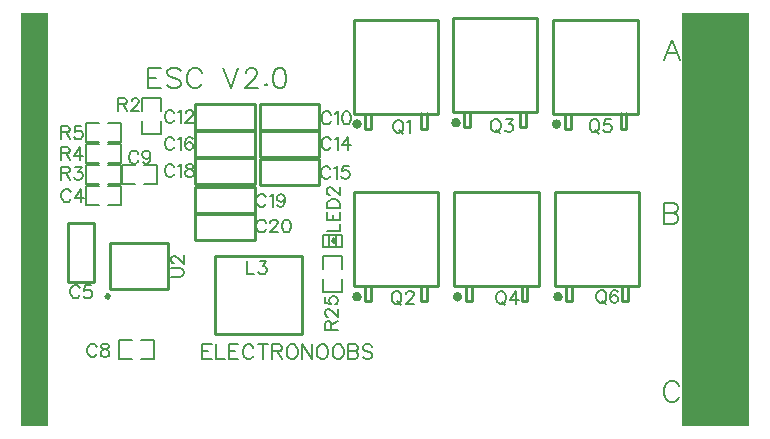
<source format=gto>
G04 Layer: TopSilkLayer*
G04 EasyEDA v6.1.51, Thu, 11 Jul 2019 05:23:43 GMT*
G04 97ee957230b044f1988730904329927e,674c0623d3a246009f606e19fc16e94a,10*
G04 Gerber Generator version 0.2*
G04 Scale: 100 percent, Rotated: No, Reflected: No *
G04 Dimensions in millimeters *
G04 leading zeros omitted , absolute positions ,3 integer and 3 decimal *
%FSLAX33Y33*%
%MOMM*%
G90*
G71D02*

%ADD10C,0.254000*%
%ADD12C,0.200000*%
%ADD13C,0.399999*%
%ADD14C,0.299999*%
%ADD43C,0.228600*%
%ADD44C,0.129032*%
%ADD45C,0.152400*%
%ADD46C,0.180010*%

%LPD*%
G54D10*
G01X7543Y11607D02*
G01X7543Y15468D01*
G01X12420Y11582D02*
G01X12420Y15468D01*
G01X7543Y11582D02*
G01X12420Y11582D01*
G01X7543Y15468D02*
G01X12420Y15468D01*
G54D12*
G01X10248Y26637D02*
G01X10248Y27738D01*
G01X11849Y27738D01*
G01X11849Y26637D01*
G01X10248Y25838D02*
G01X10248Y24738D01*
G01X11248Y24738D01*
G01X11849Y24738D01*
G01X11849Y25838D01*
G01X7384Y20307D02*
G01X8484Y20307D01*
G01X8484Y18707D01*
G01X7384Y18707D01*
G01X6584Y20307D02*
G01X5484Y20307D01*
G01X5484Y19307D01*
G01X5484Y18707D01*
G01X6584Y18707D01*
G54D43*
G01X6180Y17178D02*
G01X6180Y12178D01*
G01X3979Y12178D01*
G01X3979Y17178D01*
G01X6180Y17178D01*
G54D12*
G01X9379Y5626D02*
G01X8279Y5626D01*
G01X8279Y7226D01*
G01X9379Y7226D01*
G01X10179Y5626D02*
G01X11279Y5626D01*
G01X11279Y6626D01*
G01X11279Y7226D01*
G01X10179Y7226D01*
G01X10438Y22083D02*
G01X11538Y22083D01*
G01X11538Y20483D01*
G01X10438Y20483D01*
G01X9638Y22083D02*
G01X8538Y22083D01*
G01X8538Y21083D01*
G01X8538Y20483D01*
G01X9638Y20483D01*
G01X7384Y22085D02*
G01X8484Y22085D01*
G01X8484Y20485D01*
G01X7384Y20485D01*
G01X6584Y22085D02*
G01X5484Y22085D01*
G01X5484Y21085D01*
G01X5484Y20485D01*
G01X6584Y20485D01*
G01X7384Y23863D02*
G01X8484Y23863D01*
G01X8484Y22263D01*
G01X7384Y22263D01*
G01X6584Y23863D02*
G01X5484Y23863D01*
G01X5484Y22863D01*
G01X5484Y22263D01*
G01X6584Y22263D01*
G01X7384Y25641D02*
G01X8484Y25641D01*
G01X8484Y24041D01*
G01X7384Y24041D01*
G01X6584Y25641D02*
G01X5484Y25641D01*
G01X5484Y24641D01*
G01X5484Y24041D01*
G01X6584Y24041D01*
G54D10*
G01X23786Y7805D02*
G01X16386Y7805D01*
G01X16386Y7805D02*
G01X16386Y14405D01*
G01X23786Y14405D02*
G01X23786Y7805D01*
G01X16386Y14405D02*
G01X23786Y14405D01*
G54D43*
G01X14774Y27211D02*
G01X19774Y27211D01*
G01X19774Y25011D01*
G01X14774Y25011D01*
G01X14774Y27211D01*
G54D10*
G01X36558Y34514D02*
G01X36558Y26564D01*
G01X43705Y26564D01*
G01X43705Y34514D01*
G01X36558Y34514D01*
G01X37532Y26564D02*
G01X37532Y25264D01*
G01X38031Y25264D01*
G01X38031Y26564D01*
G01X42254Y26568D02*
G01X42254Y25268D01*
G01X42754Y25268D01*
G01X42754Y26568D01*
G01X36685Y19782D02*
G01X36685Y11832D01*
G01X43832Y11832D01*
G01X43832Y19782D01*
G01X36685Y19782D01*
G01X37659Y11832D02*
G01X37659Y10532D01*
G01X38158Y10532D01*
G01X38158Y11832D01*
G01X42381Y11836D02*
G01X42381Y10536D01*
G01X42881Y10536D01*
G01X42881Y11836D01*
G54D43*
G01X20235Y24925D02*
G01X25235Y24925D01*
G01X25235Y22725D01*
G01X20235Y22725D01*
G01X20235Y24925D01*
G54D10*
G01X28176Y34387D02*
G01X28176Y26437D01*
G01X35323Y26437D01*
G01X35323Y34387D01*
G01X28176Y34387D01*
G01X29150Y26437D02*
G01X29150Y25137D01*
G01X29649Y25137D01*
G01X29649Y26437D01*
G01X33872Y26441D02*
G01X33872Y25141D01*
G01X34372Y25141D01*
G01X34372Y26441D01*
G01X28176Y19782D02*
G01X28176Y11832D01*
G01X35323Y11832D01*
G01X35323Y19782D01*
G01X28176Y19782D01*
G01X29150Y11832D02*
G01X29150Y10532D01*
G01X29649Y10532D01*
G01X29649Y11832D01*
G01X33872Y11836D02*
G01X33872Y10536D01*
G01X34372Y10536D01*
G01X34372Y11836D01*
G54D43*
G01X20236Y27205D02*
G01X25236Y27205D01*
G01X25236Y25005D01*
G01X20236Y25005D01*
G01X20236Y27205D01*
G54D10*
G01X45067Y34387D02*
G01X45067Y26437D01*
G01X52214Y26437D01*
G01X52214Y34387D01*
G01X45067Y34387D01*
G01X46041Y26437D02*
G01X46041Y25137D01*
G01X46540Y25137D01*
G01X46540Y26437D01*
G01X50763Y26441D02*
G01X50763Y25141D01*
G01X51263Y25141D01*
G01X51263Y26441D01*
G01X45194Y19782D02*
G01X45194Y11832D01*
G01X52341Y11832D01*
G01X52341Y19782D01*
G01X45194Y19782D01*
G01X46168Y11832D02*
G01X46168Y10532D01*
G01X46667Y10532D01*
G01X46667Y11832D01*
G01X50890Y11836D02*
G01X50890Y10536D01*
G01X51390Y10536D01*
G01X51390Y11836D01*
G54D43*
G01X20246Y22595D02*
G01X25246Y22595D01*
G01X25246Y20395D01*
G01X20246Y20395D01*
G01X20246Y22595D01*
G01X14774Y24925D02*
G01X19774Y24925D01*
G01X19774Y22725D01*
G01X14774Y22725D01*
G01X14774Y24925D01*
G01X14774Y22639D02*
G01X19774Y22639D01*
G01X19774Y20439D01*
G01X14774Y20439D01*
G01X14774Y22639D01*
G01X14774Y20226D02*
G01X19774Y20226D01*
G01X19774Y18026D01*
G01X14774Y18026D01*
G01X14774Y20226D01*
G01X14774Y17940D02*
G01X19774Y17940D01*
G01X19774Y15740D01*
G01X14774Y15740D01*
G01X14774Y17940D01*
G54D12*
G01X27197Y12445D02*
G01X27197Y11345D01*
G01X25596Y11345D01*
G01X25596Y12445D01*
G01X27197Y13245D02*
G01X27197Y14345D01*
G01X26197Y14345D01*
G01X25596Y14345D01*
G01X25596Y13245D01*
G54D44*
G01X26102Y16183D02*
G01X26102Y15167D01*
G01X26711Y15167D02*
G01X26711Y16183D01*
G01X26406Y15776D02*
G01X26406Y15573D01*
G01X26508Y15472D02*
G01X26508Y15878D01*
G01X26508Y15878D02*
G01X26305Y15675D01*
G01X26305Y15675D02*
G01X26508Y15472D01*
G01X27219Y15167D02*
G01X25594Y15167D01*
G01X25594Y15167D02*
G01X25594Y16183D01*
G01X25594Y16183D02*
G01X27219Y16183D01*
G01X27219Y16183D02*
G01X27219Y15167D01*
G54D45*
G01X12696Y12626D02*
G01X13474Y12626D01*
G01X13631Y12677D01*
G01X13735Y12781D01*
G01X13786Y12939D01*
G01X13786Y13043D01*
G01X13735Y13198D01*
G01X13631Y13302D01*
G01X13474Y13353D01*
G01X12696Y13353D01*
G01X12956Y13749D02*
G01X12902Y13749D01*
G01X12798Y13800D01*
G01X12747Y13853D01*
G01X12696Y13957D01*
G01X12696Y14163D01*
G01X12747Y14267D01*
G01X12798Y14321D01*
G01X12902Y14371D01*
G01X13006Y14371D01*
G01X13110Y14321D01*
G01X13268Y14216D01*
G01X13786Y13696D01*
G01X13786Y14425D01*
G01X8236Y27735D02*
G01X8236Y26645D01*
G01X8236Y27735D02*
G01X8704Y27735D01*
G01X8859Y27684D01*
G01X8912Y27633D01*
G01X8963Y27529D01*
G01X8963Y27425D01*
G01X8912Y27321D01*
G01X8859Y27267D01*
G01X8704Y27217D01*
G01X8236Y27217D01*
G01X8600Y27217D02*
G01X8963Y26645D01*
G01X9359Y27476D02*
G01X9359Y27529D01*
G01X9410Y27633D01*
G01X9463Y27684D01*
G01X9567Y27735D01*
G01X9773Y27735D01*
G01X9877Y27684D01*
G01X9931Y27633D01*
G01X9981Y27529D01*
G01X9981Y27425D01*
G01X9931Y27321D01*
G01X9827Y27163D01*
G01X9306Y26645D01*
G01X10035Y26645D01*
G01X4208Y19756D02*
G01X4155Y19860D01*
G01X4051Y19964D01*
G01X3949Y20015D01*
G01X3741Y20015D01*
G01X3637Y19964D01*
G01X3533Y19860D01*
G01X3479Y19756D01*
G01X3428Y19601D01*
G01X3428Y19342D01*
G01X3479Y19184D01*
G01X3533Y19080D01*
G01X3637Y18976D01*
G01X3741Y18925D01*
G01X3949Y18925D01*
G01X4051Y18976D01*
G01X4155Y19080D01*
G01X4208Y19184D01*
G01X5069Y20015D02*
G01X4551Y19288D01*
G01X5331Y19288D01*
G01X5069Y20015D02*
G01X5069Y18925D01*
G01X4970Y11625D02*
G01X4917Y11729D01*
G01X4813Y11833D01*
G01X4711Y11887D01*
G01X4503Y11887D01*
G01X4399Y11833D01*
G01X4295Y11729D01*
G01X4241Y11625D01*
G01X4191Y11470D01*
G01X4191Y11211D01*
G01X4241Y11054D01*
G01X4295Y10949D01*
G01X4399Y10845D01*
G01X4503Y10795D01*
G01X4711Y10795D01*
G01X4813Y10845D01*
G01X4917Y10949D01*
G01X4970Y11054D01*
G01X5936Y11887D02*
G01X5417Y11887D01*
G01X5364Y11417D01*
G01X5417Y11470D01*
G01X5572Y11521D01*
G01X5727Y11521D01*
G01X5885Y11470D01*
G01X5989Y11366D01*
G01X6040Y11211D01*
G01X6040Y11107D01*
G01X5989Y10949D01*
G01X5885Y10845D01*
G01X5727Y10795D01*
G01X5572Y10795D01*
G01X5417Y10845D01*
G01X5364Y10899D01*
G01X5313Y11003D01*
G01X6406Y6676D02*
G01X6353Y6780D01*
G01X6249Y6884D01*
G01X6147Y6935D01*
G01X5939Y6935D01*
G01X5835Y6884D01*
G01X5731Y6780D01*
G01X5677Y6676D01*
G01X5626Y6521D01*
G01X5626Y6262D01*
G01X5677Y6104D01*
G01X5731Y6000D01*
G01X5835Y5896D01*
G01X5939Y5845D01*
G01X6147Y5845D01*
G01X6249Y5896D01*
G01X6353Y6000D01*
G01X6406Y6104D01*
G01X7008Y6935D02*
G01X6853Y6884D01*
G01X6800Y6780D01*
G01X6800Y6676D01*
G01X6853Y6572D01*
G01X6957Y6521D01*
G01X7163Y6467D01*
G01X7321Y6417D01*
G01X7425Y6312D01*
G01X7476Y6208D01*
G01X7476Y6053D01*
G01X7425Y5949D01*
G01X7371Y5896D01*
G01X7217Y5845D01*
G01X7008Y5845D01*
G01X6853Y5896D01*
G01X6800Y5949D01*
G01X6749Y6053D01*
G01X6749Y6208D01*
G01X6800Y6312D01*
G01X6904Y6417D01*
G01X7062Y6467D01*
G01X7267Y6521D01*
G01X7371Y6572D01*
G01X7425Y6676D01*
G01X7425Y6780D01*
G01X7371Y6884D01*
G01X7217Y6935D01*
G01X7008Y6935D01*
G01X9932Y23034D02*
G01X9879Y23138D01*
G01X9775Y23243D01*
G01X9673Y23293D01*
G01X9465Y23293D01*
G01X9361Y23243D01*
G01X9257Y23138D01*
G01X9203Y23034D01*
G01X9152Y22879D01*
G01X9152Y22620D01*
G01X9203Y22463D01*
G01X9257Y22359D01*
G01X9361Y22254D01*
G01X9465Y22204D01*
G01X9673Y22204D01*
G01X9775Y22254D01*
G01X9879Y22359D01*
G01X9932Y22463D01*
G01X10951Y22930D02*
G01X10897Y22775D01*
G01X10793Y22671D01*
G01X10638Y22620D01*
G01X10588Y22620D01*
G01X10430Y22671D01*
G01X10326Y22775D01*
G01X10275Y22930D01*
G01X10275Y22983D01*
G01X10326Y23138D01*
G01X10430Y23243D01*
G01X10588Y23293D01*
G01X10638Y23293D01*
G01X10793Y23243D01*
G01X10897Y23138D01*
G01X10951Y22930D01*
G01X10951Y22671D01*
G01X10897Y22412D01*
G01X10793Y22254D01*
G01X10638Y22204D01*
G01X10534Y22204D01*
G01X10379Y22254D01*
G01X10326Y22359D01*
G01X3428Y21920D02*
G01X3428Y20830D01*
G01X3428Y21920D02*
G01X3896Y21920D01*
G01X4051Y21869D01*
G01X4104Y21818D01*
G01X4155Y21714D01*
G01X4155Y21610D01*
G01X4104Y21506D01*
G01X4051Y21452D01*
G01X3896Y21402D01*
G01X3428Y21402D01*
G01X3792Y21402D02*
G01X4155Y20830D01*
G01X4602Y21920D02*
G01X5173Y21920D01*
G01X4864Y21506D01*
G01X5019Y21506D01*
G01X5123Y21452D01*
G01X5173Y21402D01*
G01X5227Y21247D01*
G01X5227Y21142D01*
G01X5173Y20985D01*
G01X5069Y20881D01*
G01X4914Y20830D01*
G01X4759Y20830D01*
G01X4602Y20881D01*
G01X4551Y20934D01*
G01X4498Y21038D01*
G01X3428Y23571D02*
G01X3428Y22481D01*
G01X3428Y23571D02*
G01X3896Y23571D01*
G01X4051Y23520D01*
G01X4104Y23469D01*
G01X4155Y23365D01*
G01X4155Y23261D01*
G01X4104Y23157D01*
G01X4051Y23103D01*
G01X3896Y23053D01*
G01X3428Y23053D01*
G01X3792Y23053D02*
G01X4155Y22481D01*
G01X5019Y23571D02*
G01X4498Y22844D01*
G01X5278Y22844D01*
G01X5019Y23571D02*
G01X5019Y22481D01*
G01X3428Y25349D02*
G01X3428Y24259D01*
G01X3428Y25349D02*
G01X3896Y25349D01*
G01X4051Y25298D01*
G01X4104Y25247D01*
G01X4155Y25143D01*
G01X4155Y25039D01*
G01X4104Y24935D01*
G01X4051Y24881D01*
G01X3896Y24831D01*
G01X3428Y24831D01*
G01X3792Y24831D02*
G01X4155Y24259D01*
G01X5123Y25349D02*
G01X4602Y25349D01*
G01X4551Y24881D01*
G01X4602Y24935D01*
G01X4759Y24986D01*
G01X4914Y24986D01*
G01X5069Y24935D01*
G01X5173Y24831D01*
G01X5227Y24676D01*
G01X5227Y24571D01*
G01X5173Y24414D01*
G01X5069Y24310D01*
G01X4914Y24259D01*
G01X4759Y24259D01*
G01X4602Y24310D01*
G01X4551Y24363D01*
G01X4498Y24467D01*
G01X19126Y13915D02*
G01X19126Y12823D01*
G01X19126Y12823D02*
G01X19749Y12823D01*
G01X20196Y13915D02*
G01X20767Y13915D01*
G01X20457Y13498D01*
G01X20612Y13498D01*
G01X20716Y13447D01*
G01X20767Y13394D01*
G01X20821Y13239D01*
G01X20821Y13135D01*
G01X20767Y12980D01*
G01X20663Y12876D01*
G01X20508Y12823D01*
G01X20353Y12823D01*
G01X20196Y12876D01*
G01X20145Y12927D01*
G01X20092Y13031D01*
G01X12971Y26474D02*
G01X12918Y26578D01*
G01X12814Y26682D01*
G01X12712Y26735D01*
G01X12504Y26735D01*
G01X12400Y26682D01*
G01X12296Y26578D01*
G01X12242Y26474D01*
G01X12192Y26319D01*
G01X12192Y26060D01*
G01X12242Y25902D01*
G01X12296Y25798D01*
G01X12400Y25694D01*
G01X12504Y25643D01*
G01X12712Y25643D01*
G01X12814Y25694D01*
G01X12918Y25798D01*
G01X12971Y25902D01*
G01X13314Y26527D02*
G01X13418Y26578D01*
G01X13573Y26735D01*
G01X13573Y25643D01*
G01X13970Y26474D02*
G01X13970Y26527D01*
G01X14020Y26631D01*
G01X14071Y26682D01*
G01X14175Y26735D01*
G01X14384Y26735D01*
G01X14488Y26682D01*
G01X14541Y26631D01*
G01X14592Y26527D01*
G01X14592Y26423D01*
G01X14541Y26319D01*
G01X14437Y26164D01*
G01X13916Y25643D01*
G01X14643Y25643D01*
G01X40099Y25955D02*
G01X39995Y25901D01*
G01X39891Y25797D01*
G01X39837Y25693D01*
G01X39786Y25538D01*
G01X39786Y25279D01*
G01X39837Y25122D01*
G01X39891Y25020D01*
G01X39995Y24916D01*
G01X40099Y24863D01*
G01X40307Y24863D01*
G01X40409Y24916D01*
G01X40513Y25020D01*
G01X40566Y25122D01*
G01X40617Y25279D01*
G01X40617Y25538D01*
G01X40566Y25693D01*
G01X40513Y25797D01*
G01X40409Y25901D01*
G01X40307Y25955D01*
G01X40099Y25955D01*
G01X40254Y25071D02*
G01X40566Y24758D01*
G01X41064Y25955D02*
G01X41636Y25955D01*
G01X41323Y25538D01*
G01X41481Y25538D01*
G01X41585Y25487D01*
G01X41636Y25434D01*
G01X41689Y25279D01*
G01X41689Y25175D01*
G01X41636Y25020D01*
G01X41531Y24916D01*
G01X41376Y24863D01*
G01X41221Y24863D01*
G01X41064Y24916D01*
G01X41013Y24967D01*
G01X40960Y25071D01*
G01X40539Y11395D02*
G01X40435Y11341D01*
G01X40331Y11237D01*
G01X40277Y11133D01*
G01X40226Y10978D01*
G01X40226Y10719D01*
G01X40277Y10562D01*
G01X40331Y10460D01*
G01X40435Y10356D01*
G01X40539Y10303D01*
G01X40747Y10303D01*
G01X40849Y10356D01*
G01X40953Y10460D01*
G01X41006Y10562D01*
G01X41057Y10719D01*
G01X41057Y10978D01*
G01X41006Y11133D01*
G01X40953Y11237D01*
G01X40849Y11341D01*
G01X40747Y11395D01*
G01X40539Y11395D01*
G01X40694Y10511D02*
G01X41006Y10198D01*
G01X41921Y11395D02*
G01X41400Y10666D01*
G01X42180Y10666D01*
G01X41921Y11395D02*
G01X41921Y10303D01*
G01X26235Y24198D02*
G01X26182Y24302D01*
G01X26078Y24406D01*
G01X25976Y24460D01*
G01X25768Y24460D01*
G01X25664Y24406D01*
G01X25560Y24302D01*
G01X25506Y24198D01*
G01X25455Y24043D01*
G01X25455Y23784D01*
G01X25506Y23627D01*
G01X25560Y23522D01*
G01X25664Y23418D01*
G01X25768Y23368D01*
G01X25976Y23368D01*
G01X26078Y23418D01*
G01X26182Y23522D01*
G01X26235Y23627D01*
G01X26578Y24251D02*
G01X26682Y24302D01*
G01X26837Y24460D01*
G01X26837Y23368D01*
G01X27701Y24460D02*
G01X27180Y23731D01*
G01X27960Y23731D01*
G01X27701Y24460D02*
G01X27701Y23368D01*
G01X31839Y25895D02*
G01X31735Y25841D01*
G01X31631Y25737D01*
G01X31577Y25633D01*
G01X31526Y25478D01*
G01X31526Y25219D01*
G01X31577Y25062D01*
G01X31631Y24960D01*
G01X31735Y24856D01*
G01X31839Y24803D01*
G01X32047Y24803D01*
G01X32149Y24856D01*
G01X32253Y24960D01*
G01X32306Y25062D01*
G01X32357Y25219D01*
G01X32357Y25478D01*
G01X32306Y25633D01*
G01X32253Y25737D01*
G01X32149Y25841D01*
G01X32047Y25895D01*
G01X31839Y25895D01*
G01X31994Y25011D02*
G01X32306Y24698D01*
G01X32700Y25686D02*
G01X32804Y25737D01*
G01X32962Y25895D01*
G01X32962Y24803D01*
G01X31699Y11415D02*
G01X31595Y11361D01*
G01X31491Y11257D01*
G01X31437Y11153D01*
G01X31386Y10998D01*
G01X31386Y10739D01*
G01X31437Y10582D01*
G01X31491Y10480D01*
G01X31595Y10376D01*
G01X31699Y10323D01*
G01X31907Y10323D01*
G01X32009Y10376D01*
G01X32113Y10480D01*
G01X32166Y10582D01*
G01X32217Y10739D01*
G01X32217Y10998D01*
G01X32166Y11153D01*
G01X32113Y11257D01*
G01X32009Y11361D01*
G01X31907Y11415D01*
G01X31699Y11415D01*
G01X31854Y10531D02*
G01X32166Y10218D01*
G01X32613Y11153D02*
G01X32613Y11206D01*
G01X32664Y11311D01*
G01X32717Y11361D01*
G01X32822Y11415D01*
G01X33027Y11415D01*
G01X33131Y11361D01*
G01X33185Y11311D01*
G01X33236Y11206D01*
G01X33236Y11102D01*
G01X33185Y10998D01*
G01X33081Y10843D01*
G01X32560Y10323D01*
G01X33289Y10323D01*
G01X26236Y26351D02*
G01X26183Y26455D01*
G01X26079Y26559D01*
G01X25977Y26613D01*
G01X25769Y26613D01*
G01X25665Y26559D01*
G01X25560Y26455D01*
G01X25507Y26351D01*
G01X25456Y26196D01*
G01X25456Y25937D01*
G01X25507Y25780D01*
G01X25560Y25675D01*
G01X25665Y25571D01*
G01X25769Y25521D01*
G01X25977Y25521D01*
G01X26079Y25571D01*
G01X26183Y25675D01*
G01X26236Y25780D01*
G01X26579Y26404D02*
G01X26683Y26455D01*
G01X26838Y26613D01*
G01X26838Y25521D01*
G01X27493Y26613D02*
G01X27336Y26559D01*
G01X27234Y26404D01*
G01X27181Y26143D01*
G01X27181Y25988D01*
G01X27234Y25729D01*
G01X27336Y25571D01*
G01X27493Y25521D01*
G01X27598Y25521D01*
G01X27752Y25571D01*
G01X27857Y25729D01*
G01X27907Y25988D01*
G01X27907Y26143D01*
G01X27857Y26404D01*
G01X27752Y26559D01*
G01X27598Y26613D01*
G01X27493Y26613D01*
G01X48449Y25935D02*
G01X48345Y25881D01*
G01X48241Y25777D01*
G01X48187Y25673D01*
G01X48136Y25518D01*
G01X48136Y25259D01*
G01X48187Y25102D01*
G01X48241Y25000D01*
G01X48345Y24896D01*
G01X48449Y24843D01*
G01X48657Y24843D01*
G01X48759Y24896D01*
G01X48863Y25000D01*
G01X48916Y25102D01*
G01X48967Y25259D01*
G01X48967Y25518D01*
G01X48916Y25673D01*
G01X48863Y25777D01*
G01X48759Y25881D01*
G01X48657Y25935D01*
G01X48449Y25935D01*
G01X48604Y25051D02*
G01X48916Y24738D01*
G01X49935Y25935D02*
G01X49414Y25935D01*
G01X49363Y25467D01*
G01X49414Y25518D01*
G01X49571Y25572D01*
G01X49726Y25572D01*
G01X49881Y25518D01*
G01X49986Y25414D01*
G01X50039Y25259D01*
G01X50039Y25155D01*
G01X49986Y25000D01*
G01X49881Y24896D01*
G01X49726Y24843D01*
G01X49571Y24843D01*
G01X49414Y24896D01*
G01X49363Y24947D01*
G01X49310Y25051D01*
G01X49029Y11485D02*
G01X48925Y11431D01*
G01X48821Y11327D01*
G01X48767Y11223D01*
G01X48716Y11068D01*
G01X48716Y10809D01*
G01X48767Y10652D01*
G01X48821Y10550D01*
G01X48925Y10446D01*
G01X49029Y10393D01*
G01X49237Y10393D01*
G01X49339Y10446D01*
G01X49443Y10550D01*
G01X49496Y10652D01*
G01X49547Y10809D01*
G01X49547Y11068D01*
G01X49496Y11223D01*
G01X49443Y11327D01*
G01X49339Y11431D01*
G01X49237Y11485D01*
G01X49029Y11485D01*
G01X49184Y10601D02*
G01X49496Y10288D01*
G01X50515Y11327D02*
G01X50461Y11431D01*
G01X50306Y11485D01*
G01X50202Y11485D01*
G01X50047Y11431D01*
G01X49943Y11276D01*
G01X49890Y11017D01*
G01X49890Y10756D01*
G01X49943Y10550D01*
G01X50047Y10446D01*
G01X50202Y10393D01*
G01X50253Y10393D01*
G01X50411Y10446D01*
G01X50515Y10550D01*
G01X50566Y10705D01*
G01X50566Y10756D01*
G01X50515Y10913D01*
G01X50411Y11017D01*
G01X50253Y11068D01*
G01X50202Y11068D01*
G01X50047Y11017D01*
G01X49943Y10913D01*
G01X49890Y10756D01*
G01X26190Y21741D02*
G01X26137Y21845D01*
G01X26033Y21949D01*
G01X25931Y22003D01*
G01X25723Y22003D01*
G01X25619Y21949D01*
G01X25515Y21845D01*
G01X25461Y21741D01*
G01X25410Y21586D01*
G01X25410Y21327D01*
G01X25461Y21170D01*
G01X25515Y21066D01*
G01X25619Y20961D01*
G01X25723Y20911D01*
G01X25931Y20911D01*
G01X26033Y20961D01*
G01X26137Y21066D01*
G01X26190Y21170D01*
G01X26533Y21795D02*
G01X26637Y21845D01*
G01X26792Y22003D01*
G01X26792Y20911D01*
G01X27760Y22003D02*
G01X27239Y22003D01*
G01X27188Y21533D01*
G01X27239Y21586D01*
G01X27394Y21637D01*
G01X27552Y21637D01*
G01X27707Y21586D01*
G01X27811Y21482D01*
G01X27862Y21327D01*
G01X27862Y21223D01*
G01X27811Y21066D01*
G01X27707Y20961D01*
G01X27552Y20911D01*
G01X27394Y20911D01*
G01X27239Y20961D01*
G01X27188Y21015D01*
G01X27135Y21119D01*
G01X12971Y24188D02*
G01X12918Y24292D01*
G01X12814Y24396D01*
G01X12712Y24449D01*
G01X12504Y24449D01*
G01X12400Y24396D01*
G01X12296Y24292D01*
G01X12242Y24188D01*
G01X12192Y24033D01*
G01X12192Y23774D01*
G01X12242Y23616D01*
G01X12296Y23512D01*
G01X12400Y23408D01*
G01X12504Y23357D01*
G01X12712Y23357D01*
G01X12814Y23408D01*
G01X12918Y23512D01*
G01X12971Y23616D01*
G01X13314Y24241D02*
G01X13418Y24292D01*
G01X13573Y24449D01*
G01X13573Y23357D01*
G01X14541Y24292D02*
G01X14488Y24396D01*
G01X14333Y24449D01*
G01X14229Y24449D01*
G01X14071Y24396D01*
G01X13970Y24241D01*
G01X13916Y23979D01*
G01X13916Y23720D01*
G01X13970Y23512D01*
G01X14071Y23408D01*
G01X14229Y23357D01*
G01X14279Y23357D01*
G01X14437Y23408D01*
G01X14541Y23512D01*
G01X14592Y23670D01*
G01X14592Y23720D01*
G01X14541Y23878D01*
G01X14437Y23979D01*
G01X14279Y24033D01*
G01X14229Y24033D01*
G01X14071Y23979D01*
G01X13970Y23878D01*
G01X13916Y23720D01*
G01X12971Y21912D02*
G01X12918Y22016D01*
G01X12814Y22120D01*
G01X12712Y22174D01*
G01X12504Y22174D01*
G01X12400Y22120D01*
G01X12296Y22016D01*
G01X12242Y21912D01*
G01X12192Y21757D01*
G01X12192Y21498D01*
G01X12242Y21341D01*
G01X12296Y21236D01*
G01X12400Y21132D01*
G01X12504Y21082D01*
G01X12712Y21082D01*
G01X12814Y21132D01*
G01X12918Y21236D01*
G01X12971Y21341D01*
G01X13314Y21965D02*
G01X13418Y22016D01*
G01X13573Y22174D01*
G01X13573Y21082D01*
G01X14175Y22174D02*
G01X14020Y22120D01*
G01X13970Y22016D01*
G01X13970Y21912D01*
G01X14020Y21808D01*
G01X14124Y21757D01*
G01X14333Y21704D01*
G01X14488Y21653D01*
G01X14592Y21549D01*
G01X14643Y21445D01*
G01X14643Y21290D01*
G01X14592Y21186D01*
G01X14541Y21132D01*
G01X14384Y21082D01*
G01X14175Y21082D01*
G01X14020Y21132D01*
G01X13970Y21186D01*
G01X13916Y21290D01*
G01X13916Y21445D01*
G01X13970Y21549D01*
G01X14071Y21653D01*
G01X14229Y21704D01*
G01X14437Y21757D01*
G01X14541Y21808D01*
G01X14592Y21912D01*
G01X14592Y22016D01*
G01X14541Y22120D01*
G01X14384Y22174D01*
G01X14175Y22174D01*
G01X20718Y19362D02*
G01X20665Y19466D01*
G01X20561Y19570D01*
G01X20459Y19623D01*
G01X20251Y19623D01*
G01X20147Y19570D01*
G01X20043Y19466D01*
G01X19989Y19362D01*
G01X19939Y19207D01*
G01X19939Y18948D01*
G01X19989Y18790D01*
G01X20043Y18686D01*
G01X20147Y18582D01*
G01X20251Y18531D01*
G01X20459Y18531D01*
G01X20561Y18582D01*
G01X20665Y18686D01*
G01X20718Y18790D01*
G01X21061Y19415D02*
G01X21165Y19466D01*
G01X21320Y19623D01*
G01X21320Y18531D01*
G01X22339Y19258D02*
G01X22288Y19103D01*
G01X22184Y18998D01*
G01X22026Y18948D01*
G01X21976Y18948D01*
G01X21818Y18998D01*
G01X21717Y19103D01*
G01X21663Y19258D01*
G01X21663Y19311D01*
G01X21717Y19466D01*
G01X21818Y19570D01*
G01X21976Y19623D01*
G01X22026Y19623D01*
G01X22184Y19570D01*
G01X22288Y19466D01*
G01X22339Y19258D01*
G01X22339Y18998D01*
G01X22288Y18739D01*
G01X22184Y18582D01*
G01X22026Y18531D01*
G01X21922Y18531D01*
G01X21767Y18582D01*
G01X21717Y18686D01*
G01X20718Y17203D02*
G01X20665Y17307D01*
G01X20561Y17411D01*
G01X20459Y17464D01*
G01X20251Y17464D01*
G01X20147Y17411D01*
G01X20043Y17307D01*
G01X19989Y17203D01*
G01X19939Y17048D01*
G01X19939Y16789D01*
G01X19989Y16631D01*
G01X20043Y16527D01*
G01X20147Y16423D01*
G01X20251Y16372D01*
G01X20459Y16372D01*
G01X20561Y16423D01*
G01X20665Y16527D01*
G01X20718Y16631D01*
G01X21112Y17203D02*
G01X21112Y17256D01*
G01X21165Y17360D01*
G01X21216Y17411D01*
G01X21320Y17464D01*
G01X21529Y17464D01*
G01X21633Y17411D01*
G01X21683Y17360D01*
G01X21737Y17256D01*
G01X21737Y17152D01*
G01X21683Y17048D01*
G01X21579Y16893D01*
G01X21061Y16372D01*
G01X21788Y16372D01*
G01X22443Y17464D02*
G01X22288Y17411D01*
G01X22184Y17256D01*
G01X22131Y16994D01*
G01X22131Y16839D01*
G01X22184Y16580D01*
G01X22288Y16423D01*
G01X22443Y16372D01*
G01X22547Y16372D01*
G01X22702Y16423D01*
G01X22806Y16580D01*
G01X22860Y16839D01*
G01X22860Y16994D01*
G01X22806Y17256D01*
G01X22702Y17411D01*
G01X22547Y17464D01*
G01X22443Y17464D01*
G01X25746Y8127D02*
G01X26836Y8127D01*
G01X25746Y8127D02*
G01X25746Y8595D01*
G01X25797Y8749D01*
G01X25848Y8803D01*
G01X25952Y8854D01*
G01X26056Y8854D01*
G01X26161Y8803D01*
G01X26214Y8749D01*
G01X26265Y8595D01*
G01X26265Y8127D01*
G01X26265Y8490D02*
G01X26836Y8854D01*
G01X26006Y9250D02*
G01X25952Y9250D01*
G01X25848Y9301D01*
G01X25797Y9354D01*
G01X25746Y9458D01*
G01X25746Y9664D01*
G01X25797Y9768D01*
G01X25848Y9821D01*
G01X25952Y9872D01*
G01X26056Y9872D01*
G01X26161Y9821D01*
G01X26318Y9717D01*
G01X26836Y9196D01*
G01X26836Y9925D01*
G01X25746Y10891D02*
G01X25746Y10373D01*
G01X26214Y10319D01*
G01X26161Y10373D01*
G01X26110Y10527D01*
G01X26110Y10682D01*
G01X26161Y10840D01*
G01X26265Y10944D01*
G01X26420Y10995D01*
G01X26524Y10995D01*
G01X26681Y10944D01*
G01X26785Y10840D01*
G01X26836Y10682D01*
G01X26836Y10527D01*
G01X26785Y10373D01*
G01X26732Y10319D01*
G01X26628Y10268D01*
G01X25886Y16453D02*
G01X26976Y16453D01*
G01X26976Y16453D02*
G01X26976Y17075D01*
G01X25886Y17418D02*
G01X26976Y17418D01*
G01X25886Y17418D02*
G01X25886Y18094D01*
G01X26405Y17418D02*
G01X26405Y17834D01*
G01X26976Y17418D02*
G01X26976Y18094D01*
G01X25886Y18436D02*
G01X26976Y18436D01*
G01X25886Y18436D02*
G01X25886Y18802D01*
G01X25937Y18957D01*
G01X26041Y19061D01*
G01X26145Y19112D01*
G01X26300Y19165D01*
G01X26559Y19165D01*
G01X26717Y19112D01*
G01X26821Y19061D01*
G01X26925Y18957D01*
G01X26976Y18802D01*
G01X26976Y18436D01*
G01X26145Y19559D02*
G01X26092Y19559D01*
G01X25988Y19612D01*
G01X25937Y19663D01*
G01X25886Y19767D01*
G01X25886Y19976D01*
G01X25937Y20080D01*
G01X25988Y20131D01*
G01X26092Y20184D01*
G01X26196Y20184D01*
G01X26300Y20131D01*
G01X26458Y20026D01*
G01X26976Y19508D01*
G01X26976Y20235D01*
G54D46*
G01X15366Y6885D02*
G01X15366Y5645D01*
G01X15366Y6885D02*
G01X16134Y6885D01*
G01X15366Y6295D02*
G01X15839Y6295D01*
G01X15366Y5645D02*
G01X16134Y5645D01*
G01X16525Y6885D02*
G01X16525Y5645D01*
G01X16525Y5645D02*
G01X17233Y5645D01*
G01X17622Y6885D02*
G01X17622Y5645D01*
G01X17622Y6885D02*
G01X18392Y6885D01*
G01X17622Y6295D02*
G01X18097Y6295D01*
G01X17622Y5645D02*
G01X18392Y5645D01*
G01X19667Y6590D02*
G01X19608Y6707D01*
G01X19491Y6826D01*
G01X19372Y6885D01*
G01X19136Y6885D01*
G01X19016Y6826D01*
G01X18900Y6707D01*
G01X18841Y6590D01*
G01X18780Y6412D01*
G01X18780Y6118D01*
G01X18841Y5940D01*
G01X18900Y5821D01*
G01X19016Y5704D01*
G01X19136Y5645D01*
G01X19372Y5645D01*
G01X19491Y5704D01*
G01X19608Y5821D01*
G01X19667Y5940D01*
G01X20472Y6885D02*
G01X20472Y5645D01*
G01X20058Y6885D02*
G01X20886Y6885D01*
G01X21274Y6885D02*
G01X21274Y5645D01*
G01X21274Y6885D02*
G01X21808Y6885D01*
G01X21983Y6826D01*
G01X22044Y6768D01*
G01X22103Y6649D01*
G01X22103Y6532D01*
G01X22044Y6412D01*
G01X21983Y6354D01*
G01X21808Y6295D01*
G01X21274Y6295D01*
G01X21688Y6295D02*
G01X22103Y5645D01*
G01X22847Y6885D02*
G01X22727Y6826D01*
G01X22611Y6707D01*
G01X22552Y6590D01*
G01X22491Y6412D01*
G01X22491Y6118D01*
G01X22552Y5940D01*
G01X22611Y5821D01*
G01X22727Y5704D01*
G01X22847Y5645D01*
G01X23083Y5645D01*
G01X23202Y5704D01*
G01X23319Y5821D01*
G01X23378Y5940D01*
G01X23439Y6118D01*
G01X23439Y6412D01*
G01X23378Y6590D01*
G01X23319Y6707D01*
G01X23202Y6826D01*
G01X23083Y6885D01*
G01X22847Y6885D01*
G01X23827Y6885D02*
G01X23827Y5645D01*
G01X23827Y6885D02*
G01X24655Y5645D01*
G01X24655Y6885D02*
G01X24655Y5645D01*
G01X25399Y6885D02*
G01X25280Y6826D01*
G01X25163Y6707D01*
G01X25105Y6590D01*
G01X25044Y6412D01*
G01X25044Y6118D01*
G01X25105Y5940D01*
G01X25163Y5821D01*
G01X25280Y5704D01*
G01X25399Y5645D01*
G01X25636Y5645D01*
G01X25755Y5704D01*
G01X25872Y5821D01*
G01X25930Y5940D01*
G01X25991Y6118D01*
G01X25991Y6412D01*
G01X25930Y6590D01*
G01X25872Y6707D01*
G01X25755Y6826D01*
G01X25636Y6885D01*
G01X25399Y6885D01*
G01X26735Y6885D02*
G01X26616Y6826D01*
G01X26499Y6707D01*
G01X26438Y6590D01*
G01X26380Y6412D01*
G01X26380Y6118D01*
G01X26438Y5940D01*
G01X26499Y5821D01*
G01X26616Y5704D01*
G01X26735Y5645D01*
G01X26972Y5645D01*
G01X27089Y5704D01*
G01X27208Y5821D01*
G01X27266Y5940D01*
G01X27325Y6118D01*
G01X27325Y6412D01*
G01X27266Y6590D01*
G01X27208Y6707D01*
G01X27089Y6826D01*
G01X26972Y6885D01*
G01X26735Y6885D01*
G01X27716Y6885D02*
G01X27716Y5645D01*
G01X27716Y6885D02*
G01X28247Y6885D01*
G01X28425Y6826D01*
G01X28483Y6768D01*
G01X28544Y6649D01*
G01X28544Y6532D01*
G01X28483Y6412D01*
G01X28425Y6354D01*
G01X28247Y6295D01*
G01X27716Y6295D02*
G01X28247Y6295D01*
G01X28425Y6235D01*
G01X28483Y6176D01*
G01X28544Y6057D01*
G01X28544Y5881D01*
G01X28483Y5762D01*
G01X28425Y5704D01*
G01X28247Y5645D01*
G01X27716Y5645D01*
G01X29761Y6707D02*
G01X29641Y6826D01*
G01X29466Y6885D01*
G01X29227Y6885D01*
G01X29052Y6826D01*
G01X28933Y6707D01*
G01X28933Y6590D01*
G01X28991Y6471D01*
G01X29052Y6412D01*
G01X29169Y6354D01*
G01X29524Y6235D01*
G01X29641Y6176D01*
G01X29702Y6118D01*
G01X29761Y5998D01*
G01X29761Y5821D01*
G01X29641Y5704D01*
G01X29466Y5645D01*
G01X29227Y5645D01*
G01X29052Y5704D01*
G01X28933Y5821D01*
G54D12*
G01X10776Y30285D02*
G01X10776Y28565D01*
G01X10776Y30285D02*
G01X11841Y30285D01*
G01X10776Y29467D02*
G01X11432Y29467D01*
G01X10776Y28565D02*
G01X11841Y28565D01*
G01X13525Y30038D02*
G01X13362Y30203D01*
G01X13116Y30285D01*
G01X12788Y30285D01*
G01X12544Y30203D01*
G01X12379Y30038D01*
G01X12379Y29876D01*
G01X12463Y29711D01*
G01X12544Y29629D01*
G01X12707Y29548D01*
G01X13197Y29386D01*
G01X13362Y29302D01*
G01X13443Y29220D01*
G01X13525Y29058D01*
G01X13525Y28812D01*
G01X13362Y28649D01*
G01X13116Y28565D01*
G01X12788Y28565D01*
G01X12544Y28649D01*
G01X12379Y28812D01*
G01X15293Y29876D02*
G01X15211Y30038D01*
G01X15046Y30203D01*
G01X14884Y30285D01*
G01X14556Y30285D01*
G01X14393Y30203D01*
G01X14228Y30038D01*
G01X14147Y29876D01*
G01X14066Y29629D01*
G01X14066Y29220D01*
G01X14147Y28977D01*
G01X14228Y28812D01*
G01X14393Y28649D01*
G01X14556Y28565D01*
G01X14884Y28565D01*
G01X15046Y28649D01*
G01X15211Y28812D01*
G01X15293Y28977D01*
G01X17093Y30285D02*
G01X17746Y28565D01*
G01X18402Y30285D02*
G01X17746Y28565D01*
G01X19024Y29876D02*
G01X19024Y29957D01*
G01X19105Y30122D01*
G01X19186Y30203D01*
G01X19351Y30285D01*
G01X19679Y30285D01*
G01X19842Y30203D01*
G01X19923Y30122D01*
G01X20004Y29957D01*
G01X20004Y29794D01*
G01X19923Y29629D01*
G01X19760Y29386D01*
G01X18943Y28565D01*
G01X20088Y28565D01*
G01X20710Y28977D02*
G01X20627Y28893D01*
G01X20710Y28812D01*
G01X20792Y28893D01*
G01X20710Y28977D01*
G01X21823Y30285D02*
G01X21577Y30203D01*
G01X21414Y29957D01*
G01X21330Y29548D01*
G01X21330Y29302D01*
G01X21414Y28893D01*
G01X21577Y28649D01*
G01X21823Y28565D01*
G01X21985Y28565D01*
G01X22232Y28649D01*
G01X22394Y28893D01*
G01X22476Y29302D01*
G01X22476Y29548D01*
G01X22394Y29957D01*
G01X22232Y30203D01*
G01X21985Y30285D01*
G01X21823Y30285D01*
G01X55122Y32685D02*
G01X54466Y30968D01*
G01X55122Y32685D02*
G01X55777Y30968D01*
G01X54713Y31539D02*
G01X55531Y31539D01*
G01X54466Y18835D02*
G01X54466Y17115D01*
G01X54466Y18835D02*
G01X55203Y18835D01*
G01X55447Y18751D01*
G01X55531Y18670D01*
G01X55612Y18507D01*
G01X55612Y18342D01*
G01X55531Y18179D01*
G01X55447Y18098D01*
G01X55203Y18014D01*
G01X54466Y18014D02*
G01X55203Y18014D01*
G01X55447Y17933D01*
G01X55531Y17852D01*
G01X55612Y17689D01*
G01X55612Y17443D01*
G01X55531Y17280D01*
G01X55447Y17196D01*
G01X55203Y17115D01*
G01X54466Y17115D01*
G01X55673Y3346D02*
G01X55592Y3508D01*
G01X55427Y3674D01*
G01X55264Y3755D01*
G01X54937Y3755D01*
G01X54774Y3674D01*
G01X54609Y3508D01*
G01X54528Y3346D01*
G01X54446Y3099D01*
G01X54446Y2691D01*
G01X54528Y2444D01*
G01X54609Y2282D01*
G01X54774Y2119D01*
G01X54937Y2035D01*
G01X55264Y2035D01*
G01X55427Y2119D01*
G01X55592Y2282D01*
G01X55673Y2444D01*
G54D14*
G75*
G01X7341Y11100D02*
G03X7343Y11100I1J-150D01*
G01*
G54D13*
G75*
G01X37033Y25664D02*
G03X37033Y25662I-200J-1D01*
G01*
G75*
G01X37160Y10932D02*
G03X37160Y10930I-200J-1D01*
G01*
G75*
G01X28651Y25537D02*
G03X28651Y25535I-200J-1D01*
G01*
G75*
G01X28651Y10932D02*
G03X28651Y10930I-200J-1D01*
G01*
G75*
G01X45542Y25537D02*
G03X45542Y25535I-200J-1D01*
G01*
G75*
G01X45669Y10932D02*
G03X45669Y10930I-200J-1D01*
G01*
G36*
G01X55966Y34985D02*
G01X61656Y34985D01*
G01X61656Y-14D01*
G01X55966Y-14D01*
G01X55966Y34985D01*
G37*
G36*
G01X-23Y34965D02*
G01X2306Y34965D01*
G01X2306Y-34D01*
G01X-23Y-34D01*
G01X-23Y34965D01*
G37*
M00*
M02*

</source>
